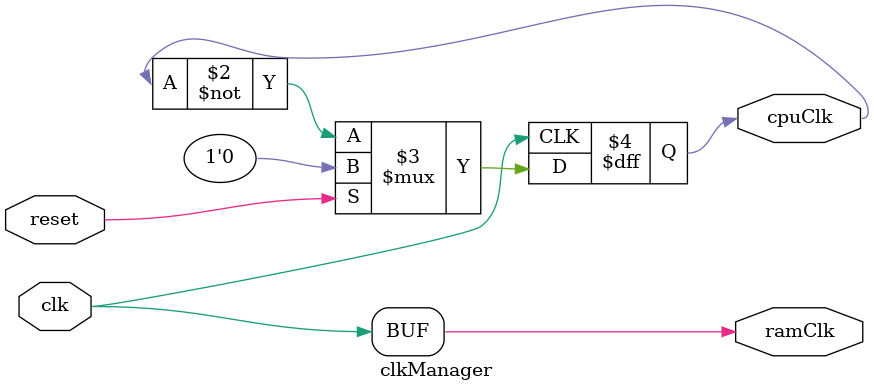
<source format=v>
`timescale 1ns / 1ps


module clkManager(
    input clk,
    input reset,
    output reg cpuClk,
    output wire ramClk
    );
    assign ramClk = clk;
    always @(posedge clk) begin
        cpuClk <= reset ? 1'b0 : ~cpuClk;
    end
endmodule

</source>
